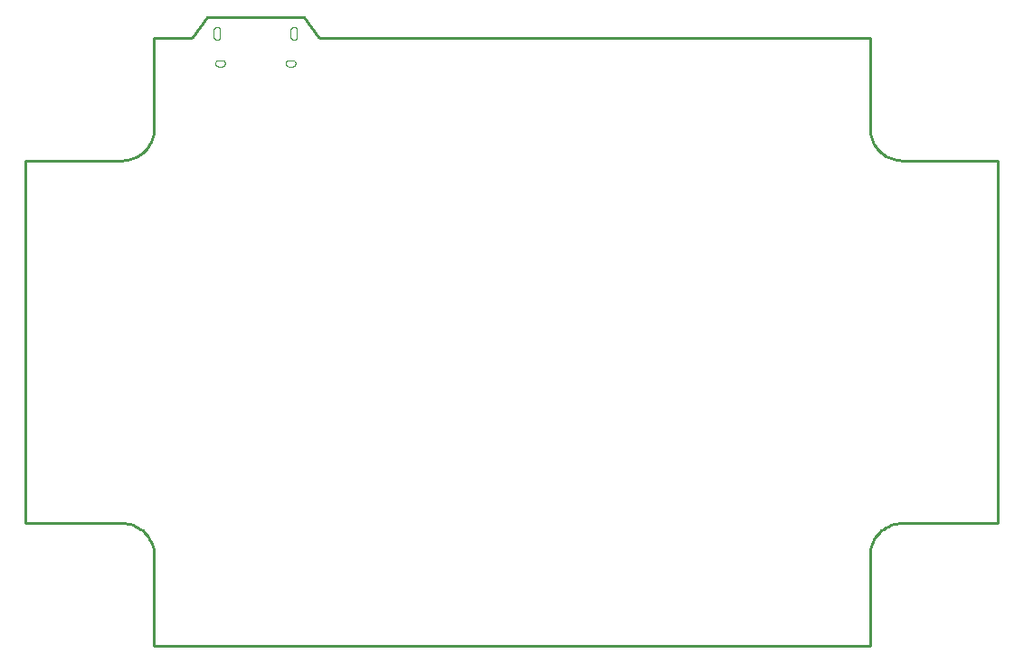
<source format=gko>
G04 EAGLE Gerber RS-274X export*
G75*
%MOMM*%
%FSLAX34Y34*%
%LPD*%
%INMechanicalPlated*%
%IPPOS*%
%AMOC8*
5,1,8,0,0,1.08239X$1,22.5*%
G01*
%ADD10C,0.000000*%
%ADD11C,0.254000*%


D10*
X248000Y570500D02*
X248012Y570397D01*
X248027Y570295D01*
X248046Y570194D01*
X248068Y570093D01*
X248095Y569993D01*
X248125Y569894D01*
X248159Y569797D01*
X248196Y569701D01*
X248237Y569606D01*
X248282Y569513D01*
X248330Y569421D01*
X248381Y569332D01*
X248436Y569244D01*
X248494Y569159D01*
X248555Y569075D01*
X248619Y568995D01*
X248686Y568916D01*
X248756Y568840D01*
X248829Y568767D01*
X248904Y568697D01*
X248982Y568629D01*
X249063Y568564D01*
X249146Y568503D01*
X249231Y568444D01*
X249318Y568389D01*
X249408Y568337D01*
X249499Y568289D01*
X249592Y568244D01*
X249686Y568202D01*
X249782Y568164D01*
X249880Y568130D01*
X249978Y568099D01*
X250078Y568072D01*
X250178Y568049D01*
X250280Y568029D01*
X250382Y568014D01*
X250484Y568002D01*
X250587Y567994D01*
X250691Y567990D01*
X250794Y567989D01*
X250897Y567993D01*
X251000Y568000D01*
X248000Y570500D02*
X248000Y577500D01*
X248012Y577603D01*
X248027Y577705D01*
X248046Y577806D01*
X248068Y577907D01*
X248095Y578007D01*
X248125Y578106D01*
X248159Y578203D01*
X248196Y578299D01*
X248237Y578394D01*
X248282Y578487D01*
X248330Y578579D01*
X248381Y578668D01*
X248436Y578756D01*
X248494Y578841D01*
X248555Y578925D01*
X248619Y579005D01*
X248686Y579084D01*
X248756Y579160D01*
X248829Y579233D01*
X248904Y579303D01*
X248982Y579371D01*
X249063Y579436D01*
X249146Y579497D01*
X249231Y579556D01*
X249318Y579611D01*
X249408Y579663D01*
X249499Y579711D01*
X249592Y579756D01*
X249686Y579798D01*
X249782Y579836D01*
X249880Y579870D01*
X249978Y579901D01*
X250078Y579928D01*
X250178Y579951D01*
X250280Y579971D01*
X250382Y579986D01*
X250484Y579998D01*
X250587Y580006D01*
X250691Y580010D01*
X250794Y580011D01*
X250897Y580007D01*
X251000Y580000D01*
X251103Y580007D01*
X251206Y580011D01*
X251309Y580010D01*
X251413Y580006D01*
X251516Y579998D01*
X251618Y579986D01*
X251720Y579971D01*
X251822Y579951D01*
X251922Y579928D01*
X252022Y579901D01*
X252120Y579870D01*
X252218Y579836D01*
X252314Y579798D01*
X252408Y579756D01*
X252501Y579711D01*
X252592Y579663D01*
X252682Y579611D01*
X252769Y579556D01*
X252854Y579497D01*
X252937Y579436D01*
X253018Y579371D01*
X253096Y579303D01*
X253171Y579233D01*
X253244Y579160D01*
X253314Y579084D01*
X253381Y579005D01*
X253445Y578925D01*
X253506Y578841D01*
X253564Y578756D01*
X253619Y578668D01*
X253670Y578579D01*
X253718Y578487D01*
X253763Y578394D01*
X253804Y578299D01*
X253841Y578203D01*
X253875Y578106D01*
X253905Y578007D01*
X253932Y577907D01*
X253954Y577806D01*
X253973Y577705D01*
X253988Y577603D01*
X254000Y577500D01*
X254000Y570500D01*
X253988Y570397D01*
X253973Y570295D01*
X253954Y570194D01*
X253932Y570093D01*
X253905Y569993D01*
X253875Y569894D01*
X253841Y569797D01*
X253804Y569701D01*
X253763Y569606D01*
X253718Y569513D01*
X253670Y569421D01*
X253619Y569332D01*
X253564Y569244D01*
X253506Y569159D01*
X253445Y569075D01*
X253381Y568995D01*
X253314Y568916D01*
X253244Y568840D01*
X253171Y568767D01*
X253096Y568697D01*
X253018Y568629D01*
X252937Y568564D01*
X252854Y568503D01*
X252769Y568444D01*
X252682Y568389D01*
X252592Y568337D01*
X252501Y568289D01*
X252408Y568244D01*
X252314Y568202D01*
X252218Y568164D01*
X252120Y568130D01*
X252022Y568099D01*
X251922Y568072D01*
X251822Y568049D01*
X251720Y568029D01*
X251618Y568014D01*
X251516Y568002D01*
X251413Y567994D01*
X251309Y567990D01*
X251206Y567989D01*
X251103Y567993D01*
X251000Y568000D01*
X180500Y549000D02*
X180393Y548998D01*
X180286Y548992D01*
X180179Y548983D01*
X180073Y548969D01*
X179967Y548952D01*
X179862Y548931D01*
X179758Y548907D01*
X179655Y548878D01*
X179553Y548846D01*
X179452Y548811D01*
X179352Y548772D01*
X179254Y548729D01*
X179157Y548683D01*
X179062Y548633D01*
X178969Y548580D01*
X178878Y548524D01*
X178789Y548464D01*
X178702Y548402D01*
X178618Y548336D01*
X178535Y548267D01*
X178456Y548196D01*
X178379Y548121D01*
X178304Y548044D01*
X178233Y547965D01*
X178164Y547882D01*
X178098Y547798D01*
X178036Y547711D01*
X177976Y547622D01*
X177920Y547531D01*
X177867Y547438D01*
X177817Y547343D01*
X177771Y547246D01*
X177728Y547148D01*
X177689Y547048D01*
X177654Y546947D01*
X177622Y546845D01*
X177593Y546742D01*
X177569Y546638D01*
X177548Y546533D01*
X177531Y546427D01*
X177517Y546321D01*
X177508Y546214D01*
X177502Y546107D01*
X177500Y546000D01*
X180500Y549000D02*
X183500Y549000D01*
X183607Y548998D01*
X183714Y548992D01*
X183821Y548983D01*
X183927Y548969D01*
X184033Y548952D01*
X184138Y548931D01*
X184242Y548907D01*
X184345Y548878D01*
X184447Y548846D01*
X184548Y548811D01*
X184648Y548772D01*
X184746Y548729D01*
X184843Y548683D01*
X184938Y548633D01*
X185031Y548580D01*
X185122Y548524D01*
X185211Y548464D01*
X185298Y548402D01*
X185382Y548336D01*
X185465Y548267D01*
X185544Y548196D01*
X185621Y548121D01*
X185696Y548044D01*
X185767Y547965D01*
X185836Y547882D01*
X185902Y547798D01*
X185964Y547711D01*
X186024Y547622D01*
X186080Y547531D01*
X186133Y547438D01*
X186183Y547343D01*
X186229Y547246D01*
X186272Y547148D01*
X186311Y547048D01*
X186346Y546947D01*
X186378Y546845D01*
X186407Y546742D01*
X186431Y546638D01*
X186452Y546533D01*
X186469Y546427D01*
X186483Y546321D01*
X186492Y546214D01*
X186498Y546107D01*
X186500Y546000D01*
X186498Y545893D01*
X186492Y545786D01*
X186483Y545679D01*
X186469Y545573D01*
X186452Y545467D01*
X186431Y545362D01*
X186407Y545258D01*
X186378Y545155D01*
X186346Y545053D01*
X186311Y544952D01*
X186272Y544852D01*
X186229Y544754D01*
X186183Y544657D01*
X186133Y544562D01*
X186080Y544469D01*
X186024Y544378D01*
X185964Y544289D01*
X185902Y544202D01*
X185836Y544118D01*
X185767Y544035D01*
X185696Y543956D01*
X185621Y543879D01*
X185544Y543804D01*
X185465Y543733D01*
X185382Y543664D01*
X185298Y543598D01*
X185211Y543536D01*
X185122Y543476D01*
X185031Y543420D01*
X184938Y543367D01*
X184843Y543317D01*
X184746Y543271D01*
X184648Y543228D01*
X184548Y543189D01*
X184447Y543154D01*
X184345Y543122D01*
X184242Y543093D01*
X184138Y543069D01*
X184033Y543048D01*
X183927Y543031D01*
X183821Y543017D01*
X183714Y543008D01*
X183607Y543002D01*
X183500Y543000D01*
X180500Y543000D01*
X180393Y543002D01*
X180286Y543008D01*
X180179Y543017D01*
X180073Y543031D01*
X179967Y543048D01*
X179862Y543069D01*
X179758Y543093D01*
X179655Y543122D01*
X179553Y543154D01*
X179452Y543189D01*
X179352Y543228D01*
X179254Y543271D01*
X179157Y543317D01*
X179062Y543367D01*
X178969Y543420D01*
X178878Y543476D01*
X178789Y543536D01*
X178702Y543598D01*
X178618Y543664D01*
X178535Y543733D01*
X178456Y543804D01*
X178379Y543879D01*
X178304Y543956D01*
X178233Y544035D01*
X178164Y544118D01*
X178098Y544202D01*
X178036Y544289D01*
X177976Y544378D01*
X177920Y544469D01*
X177867Y544562D01*
X177817Y544657D01*
X177771Y544754D01*
X177728Y544852D01*
X177689Y544952D01*
X177654Y545053D01*
X177622Y545155D01*
X177593Y545258D01*
X177569Y545362D01*
X177548Y545467D01*
X177531Y545573D01*
X177517Y545679D01*
X177508Y545786D01*
X177502Y545893D01*
X177500Y546000D01*
X243500Y546000D02*
X243502Y546107D01*
X243508Y546214D01*
X243517Y546321D01*
X243531Y546427D01*
X243548Y546533D01*
X243569Y546638D01*
X243593Y546742D01*
X243622Y546845D01*
X243654Y546947D01*
X243689Y547048D01*
X243728Y547148D01*
X243771Y547246D01*
X243817Y547343D01*
X243867Y547438D01*
X243920Y547531D01*
X243976Y547622D01*
X244036Y547711D01*
X244098Y547798D01*
X244164Y547882D01*
X244233Y547965D01*
X244304Y548044D01*
X244379Y548121D01*
X244456Y548196D01*
X244535Y548267D01*
X244618Y548336D01*
X244702Y548402D01*
X244789Y548464D01*
X244878Y548524D01*
X244969Y548580D01*
X245062Y548633D01*
X245157Y548683D01*
X245254Y548729D01*
X245352Y548772D01*
X245452Y548811D01*
X245553Y548846D01*
X245655Y548878D01*
X245758Y548907D01*
X245862Y548931D01*
X245967Y548952D01*
X246073Y548969D01*
X246179Y548983D01*
X246286Y548992D01*
X246393Y548998D01*
X246500Y549000D01*
X249500Y549000D01*
X249607Y548998D01*
X249714Y548992D01*
X249821Y548983D01*
X249927Y548969D01*
X250033Y548952D01*
X250138Y548931D01*
X250242Y548907D01*
X250345Y548878D01*
X250447Y548846D01*
X250548Y548811D01*
X250648Y548772D01*
X250746Y548729D01*
X250843Y548683D01*
X250938Y548633D01*
X251031Y548580D01*
X251122Y548524D01*
X251211Y548464D01*
X251298Y548402D01*
X251382Y548336D01*
X251465Y548267D01*
X251544Y548196D01*
X251621Y548121D01*
X251696Y548044D01*
X251767Y547965D01*
X251836Y547882D01*
X251902Y547798D01*
X251964Y547711D01*
X252024Y547622D01*
X252080Y547531D01*
X252133Y547438D01*
X252183Y547343D01*
X252229Y547246D01*
X252272Y547148D01*
X252311Y547048D01*
X252346Y546947D01*
X252378Y546845D01*
X252407Y546742D01*
X252431Y546638D01*
X252452Y546533D01*
X252469Y546427D01*
X252483Y546321D01*
X252492Y546214D01*
X252498Y546107D01*
X252500Y546000D01*
X252498Y545893D01*
X252492Y545786D01*
X252483Y545679D01*
X252469Y545573D01*
X252452Y545467D01*
X252431Y545362D01*
X252407Y545258D01*
X252378Y545155D01*
X252346Y545053D01*
X252311Y544952D01*
X252272Y544852D01*
X252229Y544754D01*
X252183Y544657D01*
X252133Y544562D01*
X252080Y544469D01*
X252024Y544378D01*
X251964Y544289D01*
X251902Y544202D01*
X251836Y544118D01*
X251767Y544035D01*
X251696Y543956D01*
X251621Y543879D01*
X251544Y543804D01*
X251465Y543733D01*
X251382Y543664D01*
X251298Y543598D01*
X251211Y543536D01*
X251122Y543476D01*
X251031Y543420D01*
X250938Y543367D01*
X250843Y543317D01*
X250746Y543271D01*
X250648Y543228D01*
X250548Y543189D01*
X250447Y543154D01*
X250345Y543122D01*
X250242Y543093D01*
X250138Y543069D01*
X250033Y543048D01*
X249927Y543031D01*
X249821Y543017D01*
X249714Y543008D01*
X249607Y543002D01*
X249500Y543000D01*
X246500Y543000D01*
X246393Y543002D01*
X246286Y543008D01*
X246179Y543017D01*
X246073Y543031D01*
X245967Y543048D01*
X245862Y543069D01*
X245758Y543093D01*
X245655Y543122D01*
X245553Y543154D01*
X245452Y543189D01*
X245352Y543228D01*
X245254Y543271D01*
X245157Y543317D01*
X245062Y543367D01*
X244969Y543420D01*
X244878Y543476D01*
X244789Y543536D01*
X244702Y543598D01*
X244618Y543664D01*
X244535Y543733D01*
X244456Y543804D01*
X244379Y543879D01*
X244304Y543956D01*
X244233Y544035D01*
X244164Y544118D01*
X244098Y544202D01*
X244036Y544289D01*
X243976Y544378D01*
X243920Y544469D01*
X243867Y544562D01*
X243817Y544657D01*
X243771Y544754D01*
X243728Y544852D01*
X243689Y544952D01*
X243654Y545053D01*
X243622Y545155D01*
X243593Y545258D01*
X243569Y545362D01*
X243548Y545467D01*
X243531Y545573D01*
X243517Y545679D01*
X243508Y545786D01*
X243502Y545893D01*
X243500Y546000D01*
X179000Y568000D02*
X178897Y567993D01*
X178794Y567989D01*
X178691Y567990D01*
X178587Y567994D01*
X178484Y568002D01*
X178382Y568014D01*
X178280Y568029D01*
X178178Y568049D01*
X178078Y568072D01*
X177978Y568099D01*
X177880Y568130D01*
X177782Y568164D01*
X177686Y568202D01*
X177592Y568244D01*
X177499Y568289D01*
X177408Y568337D01*
X177318Y568389D01*
X177231Y568444D01*
X177146Y568503D01*
X177063Y568564D01*
X176982Y568629D01*
X176904Y568697D01*
X176829Y568767D01*
X176756Y568840D01*
X176686Y568916D01*
X176619Y568995D01*
X176555Y569075D01*
X176494Y569159D01*
X176436Y569244D01*
X176381Y569332D01*
X176330Y569421D01*
X176282Y569513D01*
X176237Y569606D01*
X176196Y569701D01*
X176159Y569797D01*
X176125Y569894D01*
X176095Y569993D01*
X176068Y570093D01*
X176046Y570194D01*
X176027Y570295D01*
X176012Y570397D01*
X176000Y570500D01*
X176000Y577500D01*
X176012Y577603D01*
X176027Y577705D01*
X176046Y577806D01*
X176068Y577907D01*
X176095Y578007D01*
X176125Y578106D01*
X176159Y578203D01*
X176196Y578299D01*
X176237Y578394D01*
X176282Y578487D01*
X176330Y578579D01*
X176381Y578668D01*
X176436Y578756D01*
X176494Y578841D01*
X176555Y578925D01*
X176619Y579005D01*
X176686Y579084D01*
X176756Y579160D01*
X176829Y579233D01*
X176904Y579303D01*
X176982Y579371D01*
X177063Y579436D01*
X177146Y579497D01*
X177231Y579556D01*
X177318Y579611D01*
X177408Y579663D01*
X177499Y579711D01*
X177592Y579756D01*
X177686Y579798D01*
X177782Y579836D01*
X177880Y579870D01*
X177978Y579901D01*
X178078Y579928D01*
X178178Y579951D01*
X178280Y579971D01*
X178382Y579986D01*
X178484Y579998D01*
X178587Y580006D01*
X178691Y580010D01*
X178794Y580011D01*
X178897Y580007D01*
X179000Y580000D01*
X179103Y580007D01*
X179206Y580011D01*
X179309Y580010D01*
X179413Y580006D01*
X179516Y579998D01*
X179618Y579986D01*
X179720Y579971D01*
X179822Y579951D01*
X179922Y579928D01*
X180022Y579901D01*
X180120Y579870D01*
X180218Y579836D01*
X180314Y579798D01*
X180408Y579756D01*
X180501Y579711D01*
X180592Y579663D01*
X180682Y579611D01*
X180769Y579556D01*
X180854Y579497D01*
X180937Y579436D01*
X181018Y579371D01*
X181096Y579303D01*
X181171Y579233D01*
X181244Y579160D01*
X181314Y579084D01*
X181381Y579005D01*
X181445Y578925D01*
X181506Y578841D01*
X181564Y578756D01*
X181619Y578668D01*
X181670Y578579D01*
X181718Y578487D01*
X181763Y578394D01*
X181804Y578299D01*
X181841Y578203D01*
X181875Y578106D01*
X181905Y578007D01*
X181932Y577907D01*
X181954Y577806D01*
X181973Y577705D01*
X181988Y577603D01*
X182000Y577500D01*
X182000Y570500D01*
X181988Y570397D01*
X181973Y570295D01*
X181954Y570194D01*
X181932Y570093D01*
X181905Y569993D01*
X181875Y569894D01*
X181841Y569797D01*
X181804Y569701D01*
X181763Y569606D01*
X181718Y569513D01*
X181670Y569421D01*
X181619Y569332D01*
X181564Y569244D01*
X181506Y569159D01*
X181445Y569075D01*
X181381Y568995D01*
X181314Y568916D01*
X181244Y568840D01*
X181171Y568767D01*
X181096Y568697D01*
X181018Y568629D01*
X180937Y568564D01*
X180854Y568503D01*
X180769Y568444D01*
X180682Y568389D01*
X180592Y568337D01*
X180501Y568289D01*
X180408Y568244D01*
X180314Y568202D01*
X180218Y568164D01*
X180120Y568130D01*
X180022Y568099D01*
X179922Y568072D01*
X179822Y568049D01*
X179720Y568029D01*
X179618Y568014D01*
X179516Y568002D01*
X179413Y567994D01*
X179309Y567990D01*
X179206Y567989D01*
X179103Y567993D01*
X179000Y568000D01*
D11*
X0Y115000D02*
X90000Y115000D01*
X92615Y114886D01*
X95209Y114544D01*
X97765Y113978D01*
X100261Y113191D01*
X102679Y112189D01*
X105000Y110981D01*
X107207Y109575D01*
X109284Y107981D01*
X111213Y106213D01*
X112981Y104284D01*
X114575Y102207D01*
X115981Y100000D01*
X117189Y97679D01*
X118191Y95261D01*
X118978Y92765D01*
X119544Y90209D01*
X119886Y87615D01*
X120000Y85000D01*
X120000Y0D01*
X790000Y0D01*
X790000Y85000D01*
X790114Y87615D01*
X790456Y90209D01*
X791022Y92765D01*
X791809Y95261D01*
X792811Y97679D01*
X794019Y100000D01*
X795425Y102207D01*
X797019Y104284D01*
X798787Y106213D01*
X800716Y107981D01*
X802793Y109575D01*
X805000Y110981D01*
X807321Y112189D01*
X809739Y113191D01*
X812235Y113978D01*
X814791Y114544D01*
X817385Y114886D01*
X820000Y115000D01*
X910000Y115000D01*
X910000Y455000D01*
X820000Y455000D01*
X817385Y455114D01*
X814791Y455456D01*
X812235Y456022D01*
X809739Y456809D01*
X807321Y457811D01*
X805000Y459019D01*
X802793Y460425D01*
X800716Y462019D01*
X798787Y463787D01*
X797019Y465716D01*
X795425Y467793D01*
X794019Y470000D01*
X792811Y472321D01*
X791809Y474739D01*
X791022Y477235D01*
X790456Y479791D01*
X790114Y482385D01*
X790000Y485000D01*
X790000Y570000D01*
X275505Y570000D01*
X275388Y570003D01*
X275214Y570021D01*
X275043Y570054D01*
X274875Y570102D01*
X274712Y570164D01*
X274555Y570240D01*
X274405Y570330D01*
X274264Y570432D01*
X274132Y570546D01*
X274010Y570671D01*
X273900Y570807D01*
X260000Y589500D01*
X170000Y589500D01*
X156100Y570807D01*
X156027Y570714D01*
X155909Y570586D01*
X155780Y570468D01*
X155642Y570362D01*
X155495Y570268D01*
X155340Y570187D01*
X155179Y570121D01*
X155012Y570068D01*
X154842Y570030D01*
X154669Y570008D01*
X154495Y570000D01*
X120000Y570000D01*
X120000Y485000D01*
X119886Y482385D01*
X119544Y479791D01*
X118978Y477235D01*
X118191Y474739D01*
X117189Y472321D01*
X115981Y470000D01*
X114575Y467793D01*
X112981Y465716D01*
X111213Y463787D01*
X109284Y462019D01*
X107207Y460425D01*
X105000Y459019D01*
X102679Y457811D01*
X100261Y456809D01*
X97765Y456022D01*
X95209Y455456D01*
X92615Y455114D01*
X90000Y455000D01*
X0Y455000D01*
X0Y115000D01*
M02*

</source>
